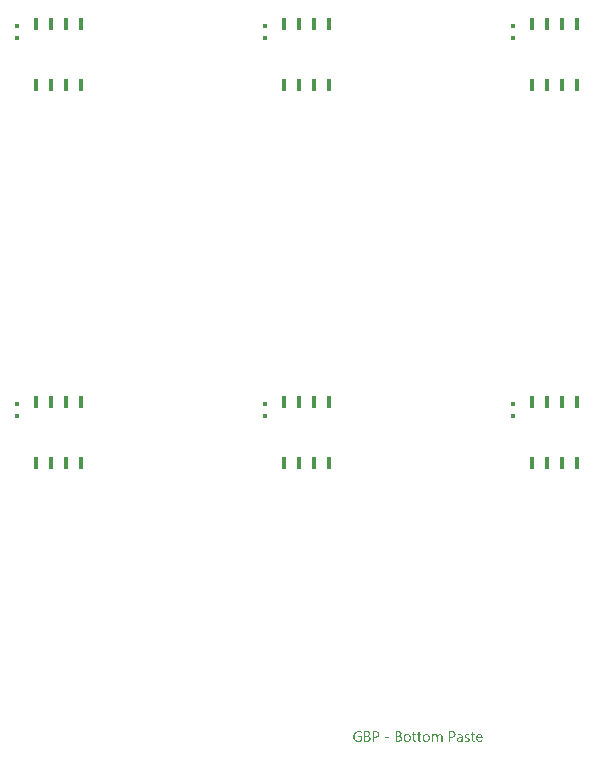
<source format=gbp>
G04*
G04 #@! TF.GenerationSoftware,Altium Limited,Altium Designer,21.9.2 (33)*
G04*
G04 Layer_Color=128*
%FSAX26Y26*%
%MOIN*%
G70*
G04*
G04 #@! TF.SameCoordinates,A79AF696-8D6D-4074-B618-5125023845C1*
G04*
G04*
G04 #@! TF.FilePolarity,Positive*
G04*
G01*
G75*
%ADD46R,0.017659X0.015690*%
%ADD67R,0.015928X0.043487*%
G36*
X00524189Y-00737956D02*
X00524683Y-00737987D01*
X00525270Y-00738018D01*
X00525888Y-00738079D01*
X00526599Y-00738172D01*
X00527341Y-00738265D01*
X00528113Y-00738388D01*
X00528917Y-00738543D01*
X00529720Y-00738728D01*
X00530523Y-00738945D01*
X00531327Y-00739192D01*
X00532130Y-00739470D01*
X00532872Y-00739810D01*
X00532872Y-00744352D01*
X00532810Y-00744321D01*
X00532686Y-00744229D01*
X00532439Y-00744105D01*
X00532130Y-00743919D01*
X00531698Y-00743734D01*
X00531203Y-00743487D01*
X00530647Y-00743271D01*
X00529998Y-00742992D01*
X00529318Y-00742745D01*
X00528546Y-00742498D01*
X00527712Y-00742282D01*
X00526815Y-00742096D01*
X00525857Y-00741911D01*
X00524869Y-00741787D01*
X00523849Y-00741695D01*
X00522768Y-00741664D01*
X00522520Y-00741664D01*
X00522211Y-00741695D01*
X00521779Y-00741726D01*
X00521284Y-00741787D01*
X00520697Y-00741880D01*
X00520048Y-00742004D01*
X00519338Y-00742158D01*
X00518596Y-00742375D01*
X00517823Y-00742653D01*
X00517020Y-00742992D01*
X00516186Y-00743394D01*
X00515382Y-00743858D01*
X00514610Y-00744383D01*
X00513837Y-00745032D01*
X00513096Y-00745743D01*
X00513065Y-00745774D01*
X00512941Y-00745928D01*
X00512756Y-00746144D01*
X00512509Y-00746484D01*
X00512231Y-00746886D01*
X00511891Y-00747349D01*
X00511551Y-00747937D01*
X00511211Y-00748585D01*
X00510871Y-00749296D01*
X00510531Y-00750100D01*
X00510191Y-00750965D01*
X00509913Y-00751892D01*
X00509666Y-00752880D01*
X00509481Y-00753931D01*
X00509357Y-00755074D01*
X00509326Y-00756249D01*
X00509326Y-00756279D01*
X00509326Y-00756310D01*
X00509326Y-00756403D01*
X00509326Y-00756527D01*
X00509326Y-00756712D01*
X00509357Y-00756898D01*
X00509388Y-00757361D01*
X00509419Y-00757917D01*
X00509511Y-00758566D01*
X00509604Y-00759277D01*
X00509759Y-00760049D01*
X00509944Y-00760884D01*
X00510191Y-00761749D01*
X00510469Y-00762614D01*
X00510809Y-00763510D01*
X00511211Y-00764375D01*
X00511674Y-00765210D01*
X00512200Y-00766013D01*
X00512818Y-00766755D01*
X00512849Y-00766785D01*
X00512972Y-00766909D01*
X00513188Y-00767095D01*
X00513467Y-00767342D01*
X00513807Y-00767620D01*
X00514239Y-00767960D01*
X00514734Y-00768300D01*
X00515321Y-00768639D01*
X00515970Y-00769010D01*
X00516680Y-00769350D01*
X00517453Y-00769659D01*
X00518318Y-00769968D01*
X00519214Y-00770215D01*
X00520203Y-00770401D01*
X00521222Y-00770524D01*
X00522335Y-00770555D01*
X00522737Y-00770555D01*
X00523015Y-00770524D01*
X00523385Y-00770494D01*
X00523787Y-00770463D01*
X00524251Y-00770432D01*
X00524776Y-00770339D01*
X00525301Y-00770277D01*
X00525888Y-00770154D01*
X00527063Y-00769875D01*
X00527681Y-00769690D01*
X00528268Y-00769443D01*
X00528855Y-00769196D01*
X00529442Y-00768918D01*
X00529442Y-00759061D01*
X00521748Y-00759061D01*
X00521748Y-00755322D01*
X00533582Y-00755322D01*
X00533582Y-00771266D01*
X00533521Y-00771297D01*
X00533335Y-00771390D01*
X00533057Y-00771544D01*
X00532655Y-00771730D01*
X00532161Y-00771946D01*
X00531574Y-00772193D01*
X00530894Y-00772471D01*
X00530122Y-00772749D01*
X00529287Y-00773027D01*
X00528360Y-00773305D01*
X00527403Y-00773553D01*
X00526383Y-00773769D01*
X00525301Y-00773954D01*
X00524158Y-00774109D01*
X00523015Y-00774202D01*
X00521810Y-00774232D01*
X00521470Y-00774232D01*
X00521315Y-00774202D01*
X00521099Y-00774202D01*
X00520852Y-00774171D01*
X00520574Y-00774171D01*
X00519925Y-00774078D01*
X00519183Y-00773985D01*
X00518380Y-00773831D01*
X00517484Y-00773614D01*
X00516526Y-00773367D01*
X00515537Y-00773058D01*
X00514517Y-00772657D01*
X00513497Y-00772193D01*
X00512478Y-00771637D01*
X00511489Y-00770988D01*
X00510531Y-00770246D01*
X00509635Y-00769412D01*
X00509573Y-00769350D01*
X00509450Y-00769196D01*
X00509202Y-00768918D01*
X00508924Y-00768516D01*
X00508553Y-00768052D01*
X00508183Y-00767465D01*
X00507750Y-00766755D01*
X00507317Y-00765982D01*
X00506885Y-00765117D01*
X00506452Y-00764128D01*
X00506082Y-00763077D01*
X00505711Y-00761934D01*
X00505433Y-00760729D01*
X00505185Y-00759400D01*
X00505062Y-00758010D01*
X00505000Y-00756558D01*
X00505000Y-00756527D01*
X00505000Y-00756465D01*
X00505000Y-00756341D01*
X00505000Y-00756187D01*
X00505031Y-00756001D01*
X00505031Y-00755754D01*
X00505062Y-00755507D01*
X00505093Y-00755198D01*
X00505124Y-00754858D01*
X00505154Y-00754518D01*
X00505278Y-00753715D01*
X00505433Y-00752788D01*
X00505649Y-00751830D01*
X00505927Y-00750779D01*
X00506267Y-00749698D01*
X00506669Y-00748585D01*
X00507163Y-00747473D01*
X00507781Y-00746361D01*
X00508461Y-00745248D01*
X00509264Y-00744198D01*
X00510160Y-00743178D01*
X00510222Y-00743116D01*
X00510408Y-00742962D01*
X00510686Y-00742683D01*
X00511087Y-00742344D01*
X00511613Y-00741973D01*
X00512200Y-00741509D01*
X00512910Y-00741046D01*
X00513745Y-00740551D01*
X00514641Y-00740057D01*
X00515630Y-00739593D01*
X00516680Y-00739130D01*
X00517854Y-00738759D01*
X00519090Y-00738419D01*
X00520388Y-00738141D01*
X00521779Y-00737987D01*
X00523231Y-00737925D01*
X00523787Y-00737925D01*
X00524189Y-00737956D01*
X00524189Y-00737956D02*
G37*
G36*
X00886522Y-00747998D02*
X00886800Y-00747998D01*
X00887140Y-00748029D01*
X00887511Y-00748060D01*
X00887913Y-00748122D01*
X00888840Y-00748245D01*
X00889798Y-00748462D01*
X00890817Y-00748740D01*
X00891806Y-00749111D01*
X00891806Y-00753189D01*
X00891775Y-00753159D01*
X00891683Y-00753097D01*
X00891528Y-00753035D01*
X00891312Y-00752911D01*
X00891065Y-00752757D01*
X00890756Y-00752602D01*
X00890385Y-00752448D01*
X00889983Y-00752263D01*
X00889520Y-00752108D01*
X00889056Y-00751953D01*
X00888531Y-00751799D01*
X00887975Y-00751644D01*
X00887357Y-00751521D01*
X00886739Y-00751459D01*
X00886121Y-00751397D01*
X00885441Y-00751366D01*
X00885039Y-00751366D01*
X00884761Y-00751397D01*
X00884452Y-00751428D01*
X00884112Y-00751490D01*
X00883401Y-00751644D01*
X00883370Y-00751644D01*
X00883247Y-00751675D01*
X00883092Y-00751737D01*
X00882876Y-00751830D01*
X00882382Y-00752046D01*
X00881856Y-00752355D01*
X00881826Y-00752386D01*
X00881764Y-00752448D01*
X00881640Y-00752541D01*
X00881486Y-00752664D01*
X00881146Y-00753004D01*
X00880837Y-00753468D01*
X00880837Y-00753499D01*
X00880775Y-00753591D01*
X00880744Y-00753715D01*
X00880682Y-00753900D01*
X00880620Y-00754086D01*
X00880559Y-00754333D01*
X00880528Y-00754611D01*
X00880497Y-00754889D01*
X00880497Y-00754920D01*
X00880497Y-00755043D01*
X00880528Y-00755229D01*
X00880528Y-00755476D01*
X00880590Y-00755723D01*
X00880651Y-00756001D01*
X00880713Y-00756279D01*
X00880837Y-00756558D01*
X00880868Y-00756588D01*
X00880899Y-00756681D01*
X00880991Y-00756805D01*
X00881115Y-00756959D01*
X00881269Y-00757114D01*
X00881424Y-00757330D01*
X00881887Y-00757732D01*
X00881918Y-00757763D01*
X00882011Y-00757824D01*
X00882165Y-00757917D01*
X00882351Y-00758041D01*
X00882598Y-00758164D01*
X00882876Y-00758319D01*
X00883216Y-00758504D01*
X00883556Y-00758659D01*
X00883587Y-00758690D01*
X00883741Y-00758721D01*
X00883927Y-00758813D01*
X00884205Y-00758906D01*
X00884545Y-00759061D01*
X00884915Y-00759215D01*
X00885317Y-00759370D01*
X00885781Y-00759555D01*
X00885812Y-00759555D01*
X00885842Y-00759586D01*
X00885935Y-00759617D01*
X00886059Y-00759648D01*
X00886368Y-00759771D01*
X00886769Y-00759957D01*
X00887233Y-00760142D01*
X00887758Y-00760358D01*
X00888284Y-00760606D01*
X00888778Y-00760853D01*
X00888809Y-00760853D01*
X00888840Y-00760884D01*
X00888994Y-00760976D01*
X00889241Y-00761100D01*
X00889551Y-00761285D01*
X00889921Y-00761533D01*
X00890292Y-00761780D01*
X00890663Y-00762089D01*
X00891034Y-00762398D01*
X00891065Y-00762429D01*
X00891188Y-00762552D01*
X00891343Y-00762707D01*
X00891559Y-00762954D01*
X00891775Y-00763232D01*
X00892023Y-00763572D01*
X00892239Y-00763943D01*
X00892455Y-00764344D01*
X00892486Y-00764406D01*
X00892548Y-00764530D01*
X00892610Y-00764777D01*
X00892702Y-00765086D01*
X00892795Y-00765457D01*
X00892888Y-00765889D01*
X00892919Y-00766384D01*
X00892949Y-00766940D01*
X00892949Y-00766971D01*
X00892949Y-00767033D01*
X00892949Y-00767125D01*
X00892949Y-00767249D01*
X00892919Y-00767589D01*
X00892857Y-00768052D01*
X00892733Y-00768547D01*
X00892610Y-00769103D01*
X00892393Y-00769659D01*
X00892115Y-00770184D01*
X00892084Y-00770246D01*
X00891961Y-00770401D01*
X00891775Y-00770648D01*
X00891528Y-00770988D01*
X00891219Y-00771328D01*
X00890848Y-00771730D01*
X00890416Y-00772100D01*
X00889921Y-00772471D01*
X00889860Y-00772502D01*
X00889674Y-00772626D01*
X00889396Y-00772780D01*
X00889025Y-00772966D01*
X00888562Y-00773182D01*
X00888005Y-00773398D01*
X00887418Y-00773614D01*
X00886769Y-00773800D01*
X00886739Y-00773800D01*
X00886677Y-00773831D01*
X00886584Y-00773831D01*
X00886461Y-00773862D01*
X00886306Y-00773893D01*
X00886121Y-00773923D01*
X00885657Y-00774016D01*
X00885070Y-00774109D01*
X00884452Y-00774171D01*
X00883772Y-00774202D01*
X00883031Y-00774232D01*
X00882660Y-00774232D01*
X00882382Y-00774202D01*
X00882042Y-00774202D01*
X00881671Y-00774140D01*
X00881207Y-00774109D01*
X00880744Y-00774047D01*
X00880219Y-00773954D01*
X00879693Y-00773862D01*
X00878581Y-00773614D01*
X00877438Y-00773244D01*
X00876881Y-00772996D01*
X00876325Y-00772749D01*
X00876325Y-00768454D01*
X00876356Y-00768485D01*
X00876480Y-00768547D01*
X00876665Y-00768670D01*
X00876912Y-00768825D01*
X00877221Y-00769010D01*
X00877561Y-00769227D01*
X00877994Y-00769443D01*
X00878457Y-00769659D01*
X00878983Y-00769875D01*
X00879539Y-00770092D01*
X00880126Y-00770308D01*
X00880744Y-00770494D01*
X00881424Y-00770648D01*
X00882104Y-00770772D01*
X00882814Y-00770833D01*
X00883556Y-00770864D01*
X00883772Y-00770864D01*
X00884050Y-00770833D01*
X00884390Y-00770803D01*
X00884792Y-00770741D01*
X00885225Y-00770679D01*
X00885719Y-00770555D01*
X00886213Y-00770432D01*
X00886677Y-00770246D01*
X00887171Y-00769999D01*
X00887604Y-00769721D01*
X00888005Y-00769381D01*
X00888345Y-00768979D01*
X00888624Y-00768516D01*
X00888778Y-00767960D01*
X00888840Y-00767651D01*
X00888840Y-00767342D01*
X00888840Y-00767311D01*
X00888840Y-00767156D01*
X00888809Y-00766971D01*
X00888778Y-00766755D01*
X00888716Y-00766476D01*
X00888654Y-00766198D01*
X00888531Y-00765920D01*
X00888376Y-00765642D01*
X00888345Y-00765611D01*
X00888284Y-00765519D01*
X00888191Y-00765395D01*
X00888067Y-00765210D01*
X00887882Y-00765024D01*
X00887697Y-00764808D01*
X00887449Y-00764622D01*
X00887171Y-00764406D01*
X00887140Y-00764375D01*
X00887048Y-00764313D01*
X00886862Y-00764221D01*
X00886646Y-00764066D01*
X00886399Y-00763912D01*
X00886090Y-00763757D01*
X00885719Y-00763603D01*
X00885348Y-00763448D01*
X00885286Y-00763417D01*
X00885163Y-00763386D01*
X00884946Y-00763294D01*
X00884668Y-00763170D01*
X00884359Y-00763016D01*
X00883958Y-00762861D01*
X00883556Y-00762707D01*
X00883123Y-00762521D01*
X00883092Y-00762521D01*
X00883062Y-00762490D01*
X00882969Y-00762460D01*
X00882845Y-00762398D01*
X00882536Y-00762274D01*
X00882135Y-00762120D01*
X00881671Y-00761903D01*
X00881177Y-00761687D01*
X00880682Y-00761440D01*
X00880188Y-00761193D01*
X00880126Y-00761162D01*
X00879971Y-00761069D01*
X00879755Y-00760945D01*
X00879446Y-00760760D01*
X00879106Y-00760513D01*
X00878766Y-00760266D01*
X00878396Y-00759987D01*
X00878056Y-00759678D01*
X00878025Y-00759648D01*
X00877932Y-00759524D01*
X00877778Y-00759370D01*
X00877592Y-00759122D01*
X00877376Y-00758844D01*
X00877160Y-00758504D01*
X00876974Y-00758164D01*
X00876789Y-00757763D01*
X00876758Y-00757701D01*
X00876727Y-00757577D01*
X00876665Y-00757330D01*
X00876603Y-00757052D01*
X00876511Y-00756681D01*
X00876449Y-00756249D01*
X00876418Y-00755754D01*
X00876387Y-00755229D01*
X00876387Y-00755198D01*
X00876387Y-00755136D01*
X00876387Y-00755043D01*
X00876387Y-00754920D01*
X00876418Y-00754611D01*
X00876480Y-00754178D01*
X00876572Y-00753684D01*
X00876727Y-00753159D01*
X00876912Y-00752633D01*
X00877191Y-00752108D01*
X00877191Y-00752077D01*
X00877221Y-00752046D01*
X00877345Y-00751892D01*
X00877530Y-00751644D01*
X00877747Y-00751305D01*
X00878056Y-00750965D01*
X00878427Y-00750594D01*
X00878859Y-00750192D01*
X00879323Y-00749852D01*
X00879354Y-00749852D01*
X00879384Y-00749821D01*
X00879570Y-00749698D01*
X00879848Y-00749543D01*
X00880219Y-00749327D01*
X00880682Y-00749111D01*
X00881207Y-00748864D01*
X00881795Y-00748647D01*
X00882413Y-00748462D01*
X00882443Y-00748462D01*
X00882505Y-00748431D01*
X00882598Y-00748400D01*
X00882722Y-00748369D01*
X00882876Y-00748338D01*
X00883062Y-00748307D01*
X00883494Y-00748215D01*
X00884050Y-00748122D01*
X00884637Y-00748029D01*
X00885286Y-00747998D01*
X00885966Y-00747967D01*
X00886275Y-00747967D01*
X00886522Y-00747998D01*
X00886522Y-00747998D02*
G37*
G36*
X00794935Y-00747998D02*
X00795120Y-00747998D01*
X00795336Y-00748029D01*
X00795862Y-00748122D01*
X00796480Y-00748276D01*
X00797190Y-00748493D01*
X00797932Y-00748833D01*
X00798705Y-00749234D01*
X00799106Y-00749512D01*
X00799477Y-00749790D01*
X00799848Y-00750100D01*
X00800219Y-00750470D01*
X00800589Y-00750872D01*
X00800929Y-00751305D01*
X00801238Y-00751768D01*
X00801547Y-00752293D01*
X00801825Y-00752850D01*
X00802073Y-00753468D01*
X00802289Y-00754116D01*
X00802505Y-00754827D01*
X00802629Y-00755569D01*
X00802752Y-00756403D01*
X00802814Y-00757268D01*
X00802845Y-00758195D01*
X00802845Y-00773645D01*
X00798828Y-00773645D01*
X00798828Y-00759246D01*
X00798828Y-00759184D01*
X00798828Y-00759061D01*
X00798828Y-00758844D01*
X00798797Y-00758566D01*
X00798797Y-00758226D01*
X00798766Y-00757824D01*
X00798735Y-00757392D01*
X00798674Y-00756928D01*
X00798519Y-00755940D01*
X00798272Y-00754951D01*
X00798148Y-00754456D01*
X00797963Y-00754024D01*
X00797747Y-00753591D01*
X00797530Y-00753220D01*
X00797530Y-00753189D01*
X00797468Y-00753128D01*
X00797407Y-00753035D01*
X00797283Y-00752942D01*
X00797159Y-00752788D01*
X00796974Y-00752633D01*
X00796758Y-00752479D01*
X00796511Y-00752293D01*
X00796232Y-00752108D01*
X00795923Y-00751953D01*
X00795553Y-00751799D01*
X00795182Y-00751644D01*
X00794749Y-00751552D01*
X00794255Y-00751459D01*
X00793760Y-00751397D01*
X00793204Y-00751366D01*
X00792957Y-00751366D01*
X00792772Y-00751397D01*
X00792555Y-00751428D01*
X00792308Y-00751490D01*
X00791690Y-00751644D01*
X00791350Y-00751768D01*
X00791010Y-00751953D01*
X00790640Y-00752139D01*
X00790300Y-00752355D01*
X00789929Y-00752633D01*
X00789558Y-00752942D01*
X00789187Y-00753313D01*
X00788847Y-00753715D01*
X00788817Y-00753746D01*
X00788786Y-00753808D01*
X00788693Y-00753962D01*
X00788569Y-00754116D01*
X00788446Y-00754364D01*
X00788291Y-00754642D01*
X00788106Y-00754951D01*
X00787951Y-00755291D01*
X00787797Y-00755692D01*
X00787611Y-00756125D01*
X00787457Y-00756588D01*
X00787333Y-00757083D01*
X00787210Y-00757608D01*
X00787148Y-00758164D01*
X00787086Y-00758721D01*
X00787055Y-00759339D01*
X00787055Y-00773645D01*
X00783038Y-00773645D01*
X00783038Y-00758751D01*
X00783038Y-00758721D01*
X00783038Y-00758659D01*
X00783038Y-00758566D01*
X00783038Y-00758442D01*
X00783007Y-00758257D01*
X00783007Y-00758072D01*
X00782946Y-00757608D01*
X00782853Y-00757052D01*
X00782729Y-00756403D01*
X00782575Y-00755754D01*
X00782327Y-00755043D01*
X00782019Y-00754364D01*
X00781648Y-00753715D01*
X00781184Y-00753066D01*
X00780628Y-00752510D01*
X00779979Y-00752046D01*
X00779608Y-00751861D01*
X00779207Y-00751675D01*
X00778774Y-00751552D01*
X00778341Y-00751459D01*
X00777847Y-00751397D01*
X00777322Y-00751366D01*
X00777074Y-00751366D01*
X00776889Y-00751397D01*
X00776642Y-00751428D01*
X00776395Y-00751490D01*
X00775777Y-00751644D01*
X00775437Y-00751768D01*
X00775097Y-00751923D01*
X00774726Y-00752077D01*
X00774355Y-00752293D01*
X00773985Y-00752572D01*
X00773614Y-00752850D01*
X00773274Y-00753189D01*
X00772934Y-00753591D01*
X00772903Y-00753622D01*
X00772872Y-00753684D01*
X00772779Y-00753808D01*
X00772656Y-00753993D01*
X00772532Y-00754209D01*
X00772409Y-00754456D01*
X00772254Y-00754765D01*
X00772100Y-00755136D01*
X00771914Y-00755538D01*
X00771760Y-00755971D01*
X00771636Y-00756434D01*
X00771513Y-00756928D01*
X00771389Y-00757485D01*
X00771296Y-00758072D01*
X00771265Y-00758690D01*
X00771234Y-00759339D01*
X00771234Y-00773645D01*
X00767217Y-00773645D01*
X00767217Y-00748554D01*
X00771234Y-00748554D01*
X00771234Y-00752541D01*
X00771327Y-00752541D01*
X00771358Y-00752479D01*
X00771451Y-00752355D01*
X00771605Y-00752108D01*
X00771822Y-00751830D01*
X00772100Y-00751490D01*
X00772439Y-00751088D01*
X00772841Y-00750687D01*
X00773305Y-00750254D01*
X00773830Y-00749821D01*
X00774417Y-00749420D01*
X00775066Y-00749018D01*
X00775746Y-00748678D01*
X00776518Y-00748400D01*
X00777353Y-00748153D01*
X00778218Y-00748029D01*
X00779145Y-00747967D01*
X00779392Y-00747967D01*
X00779577Y-00747998D01*
X00779794Y-00747998D01*
X00780072Y-00748029D01*
X00780350Y-00748091D01*
X00780659Y-00748153D01*
X00781370Y-00748307D01*
X00782111Y-00748585D01*
X00782853Y-00748925D01*
X00783224Y-00749173D01*
X00783594Y-00749420D01*
X00783625Y-00749451D01*
X00783687Y-00749481D01*
X00783780Y-00749574D01*
X00783903Y-00749667D01*
X00784243Y-00750007D01*
X00784645Y-00750409D01*
X00785078Y-00750965D01*
X00785510Y-00751614D01*
X00785912Y-00752355D01*
X00786221Y-00753189D01*
X00786252Y-00753128D01*
X00786345Y-00752973D01*
X00786530Y-00752695D01*
X00786746Y-00752386D01*
X00787055Y-00751984D01*
X00787395Y-00751521D01*
X00787828Y-00751057D01*
X00788322Y-00750563D01*
X00788878Y-00750100D01*
X00789496Y-00749605D01*
X00790176Y-00749173D01*
X00790918Y-00748771D01*
X00791752Y-00748462D01*
X00792617Y-00748184D01*
X00793575Y-00748029D01*
X00794564Y-00747967D01*
X00794780Y-00747967D01*
X00794935Y-00747998D01*
X00794935Y-00747998D02*
G37*
G36*
X00624676Y-00761254D02*
X00611296Y-00761254D01*
X00611296Y-00758103D01*
X00624676Y-00758103D01*
X00624676Y-00761254D01*
X00624676Y-00761254D02*
G37*
G36*
X00861802Y-00747998D02*
X00862019Y-00747998D01*
X00862235Y-00748029D01*
X00862513Y-00748060D01*
X00862822Y-00748122D01*
X00863471Y-00748245D01*
X00864243Y-00748462D01*
X00865016Y-00748740D01*
X00865850Y-00749142D01*
X00866684Y-00749636D01*
X00867086Y-00749914D01*
X00867488Y-00750254D01*
X00867859Y-00750625D01*
X00868230Y-00750996D01*
X00868569Y-00751428D01*
X00868878Y-00751923D01*
X00869187Y-00752417D01*
X00869466Y-00752973D01*
X00869682Y-00753591D01*
X00869898Y-00754240D01*
X00870053Y-00754920D01*
X00870176Y-00755692D01*
X00870238Y-00756465D01*
X00870269Y-00757330D01*
X00870269Y-00773645D01*
X00866252Y-00773645D01*
X00866252Y-00769752D01*
X00866159Y-00769752D01*
X00866128Y-00769814D01*
X00866036Y-00769937D01*
X00865881Y-00770154D01*
X00865665Y-00770463D01*
X00865387Y-00770803D01*
X00865047Y-00771173D01*
X00864676Y-00771575D01*
X00864212Y-00771977D01*
X00863687Y-00772409D01*
X00863131Y-00772811D01*
X00862482Y-00773182D01*
X00861802Y-00773522D01*
X00861030Y-00773831D01*
X00860226Y-00774047D01*
X00859361Y-00774171D01*
X00858434Y-00774232D01*
X00858063Y-00774232D01*
X00857816Y-00774202D01*
X00857507Y-00774171D01*
X00857136Y-00774140D01*
X00856735Y-00774078D01*
X00856302Y-00773985D01*
X00855344Y-00773738D01*
X00854881Y-00773583D01*
X00854386Y-00773398D01*
X00853892Y-00773182D01*
X00853428Y-00772904D01*
X00852996Y-00772595D01*
X00852563Y-00772255D01*
X00852532Y-00772224D01*
X00852471Y-00772162D01*
X00852378Y-00772038D01*
X00852223Y-00771884D01*
X00852069Y-00771699D01*
X00851914Y-00771451D01*
X00851698Y-00771173D01*
X00851513Y-00770864D01*
X00851327Y-00770494D01*
X00851142Y-00770092D01*
X00850956Y-00769659D01*
X00850802Y-00769196D01*
X00850647Y-00768701D01*
X00850555Y-00768176D01*
X00850493Y-00767589D01*
X00850462Y-00767002D01*
X00850462Y-00766971D01*
X00850462Y-00766909D01*
X00850462Y-00766816D01*
X00850493Y-00766693D01*
X00850493Y-00766538D01*
X00850524Y-00766353D01*
X00850586Y-00765889D01*
X00850709Y-00765333D01*
X00850895Y-00764715D01*
X00851142Y-00764035D01*
X00851513Y-00763325D01*
X00851945Y-00762614D01*
X00852471Y-00761903D01*
X00852810Y-00761563D01*
X00853150Y-00761223D01*
X00853552Y-00760884D01*
X00853954Y-00760575D01*
X00854417Y-00760266D01*
X00854912Y-00759987D01*
X00855437Y-00759740D01*
X00856024Y-00759493D01*
X00856642Y-00759277D01*
X00857291Y-00759091D01*
X00858002Y-00758937D01*
X00858743Y-00758813D01*
X00866252Y-00757763D01*
X00866252Y-00757732D01*
X00866252Y-00757701D01*
X00866252Y-00757608D01*
X00866252Y-00757485D01*
X00866221Y-00757176D01*
X00866159Y-00756774D01*
X00866097Y-00756279D01*
X00865974Y-00755723D01*
X00865819Y-00755167D01*
X00865603Y-00754549D01*
X00865325Y-00753962D01*
X00864985Y-00753375D01*
X00864583Y-00752850D01*
X00864089Y-00752355D01*
X00863471Y-00751953D01*
X00862791Y-00751644D01*
X00862420Y-00751521D01*
X00861988Y-00751428D01*
X00861555Y-00751397D01*
X00861092Y-00751366D01*
X00860875Y-00751366D01*
X00860659Y-00751397D01*
X00860319Y-00751428D01*
X00859917Y-00751459D01*
X00859454Y-00751521D01*
X00858929Y-00751614D01*
X00858372Y-00751737D01*
X00857754Y-00751923D01*
X00857106Y-00752108D01*
X00856426Y-00752355D01*
X00855715Y-00752664D01*
X00855004Y-00753035D01*
X00854294Y-00753437D01*
X00853583Y-00753900D01*
X00852903Y-00754456D01*
X00852903Y-00750347D01*
X00852934Y-00750316D01*
X00853058Y-00750254D01*
X00853274Y-00750130D01*
X00853552Y-00749976D01*
X00853923Y-00749790D01*
X00854324Y-00749605D01*
X00854819Y-00749389D01*
X00855375Y-00749142D01*
X00855962Y-00748925D01*
X00856611Y-00748709D01*
X00857322Y-00748524D01*
X00858063Y-00748338D01*
X00858867Y-00748184D01*
X00859670Y-00748060D01*
X00860535Y-00747998D01*
X00861432Y-00747967D01*
X00861648Y-00747967D01*
X00861802Y-00747998D01*
X00861802Y-00747998D02*
G37*
G36*
X00834919Y-00738543D02*
X00835321Y-00738543D01*
X00835784Y-00738605D01*
X00836341Y-00738667D01*
X00836928Y-00738728D01*
X00837608Y-00738852D01*
X00838287Y-00739006D01*
X00838998Y-00739192D01*
X00839709Y-00739408D01*
X00840450Y-00739686D01*
X00841161Y-00739995D01*
X00841841Y-00740366D01*
X00842490Y-00740768D01*
X00843108Y-00741262D01*
X00843139Y-00741293D01*
X00843231Y-00741386D01*
X00843386Y-00741540D01*
X00843602Y-00741756D01*
X00843818Y-00742066D01*
X00844097Y-00742405D01*
X00844375Y-00742807D01*
X00844684Y-00743271D01*
X00844962Y-00743796D01*
X00845240Y-00744352D01*
X00845518Y-00745001D01*
X00845734Y-00745681D01*
X00845951Y-00746453D01*
X00846105Y-00747257D01*
X00846198Y-00748091D01*
X00846229Y-00749018D01*
X00846229Y-00749080D01*
X00846229Y-00749234D01*
X00846198Y-00749512D01*
X00846167Y-00749852D01*
X00846136Y-00750285D01*
X00846043Y-00750779D01*
X00845951Y-00751305D01*
X00845796Y-00751923D01*
X00845611Y-00752541D01*
X00845394Y-00753220D01*
X00845116Y-00753900D01*
X00844776Y-00754580D01*
X00844375Y-00755260D01*
X00843911Y-00755940D01*
X00843386Y-00756588D01*
X00842768Y-00757207D01*
X00842737Y-00757237D01*
X00842613Y-00757330D01*
X00842428Y-00757485D01*
X00842150Y-00757701D01*
X00841810Y-00757948D01*
X00841377Y-00758226D01*
X00840883Y-00758504D01*
X00840327Y-00758782D01*
X00839709Y-00759091D01*
X00838998Y-00759370D01*
X00838226Y-00759648D01*
X00837422Y-00759895D01*
X00836526Y-00760080D01*
X00835568Y-00760266D01*
X00834579Y-00760358D01*
X00833498Y-00760389D01*
X00828863Y-00760389D01*
X00828863Y-00773645D01*
X00824753Y-00773645D01*
X00824753Y-00738512D01*
X00834641Y-00738512D01*
X00834919Y-00738543D01*
X00834919Y-00738543D02*
G37*
G36*
X00656935Y-00738543D02*
X00657306Y-00738574D01*
X00657739Y-00738636D01*
X00658233Y-00738697D01*
X00658789Y-00738790D01*
X00659346Y-00738914D01*
X00659933Y-00739068D01*
X00660551Y-00739254D01*
X00661138Y-00739470D01*
X00661756Y-00739717D01*
X00662312Y-00740026D01*
X00662868Y-00740366D01*
X00663393Y-00740768D01*
X00663424Y-00740799D01*
X00663517Y-00740860D01*
X00663641Y-00740984D01*
X00663795Y-00741169D01*
X00664011Y-00741386D01*
X00664228Y-00741664D01*
X00664475Y-00741973D01*
X00664722Y-00742313D01*
X00664969Y-00742714D01*
X00665216Y-00743147D01*
X00665433Y-00743641D01*
X00665649Y-00744136D01*
X00665804Y-00744692D01*
X00665927Y-00745279D01*
X00666020Y-00745897D01*
X00666051Y-00746546D01*
X00666051Y-00746577D01*
X00666051Y-00746670D01*
X00666051Y-00746824D01*
X00666020Y-00747040D01*
X00665989Y-00747318D01*
X00665958Y-00747597D01*
X00665927Y-00747937D01*
X00665865Y-00748307D01*
X00665649Y-00749142D01*
X00665371Y-00750007D01*
X00665186Y-00750470D01*
X00664969Y-00750903D01*
X00664722Y-00751336D01*
X00664444Y-00751768D01*
X00664413Y-00751799D01*
X00664382Y-00751861D01*
X00664289Y-00751984D01*
X00664135Y-00752139D01*
X00663981Y-00752293D01*
X00663795Y-00752510D01*
X00663548Y-00752726D01*
X00663301Y-00752973D01*
X00662992Y-00753220D01*
X00662652Y-00753499D01*
X00662281Y-00753746D01*
X00661879Y-00754024D01*
X00661447Y-00754271D01*
X00661014Y-00754487D01*
X00659994Y-00754889D01*
X00659994Y-00754982D01*
X00660025Y-00754982D01*
X00660149Y-00755013D01*
X00660334Y-00755043D01*
X00660582Y-00755074D01*
X00660890Y-00755136D01*
X00661230Y-00755229D01*
X00661632Y-00755352D01*
X00662034Y-00755476D01*
X00662930Y-00755816D01*
X00663424Y-00756032D01*
X00663888Y-00756310D01*
X00664351Y-00756588D01*
X00664815Y-00756898D01*
X00665278Y-00757268D01*
X00665680Y-00757670D01*
X00665711Y-00757701D01*
X00665773Y-00757763D01*
X00665865Y-00757886D01*
X00666020Y-00758072D01*
X00666174Y-00758319D01*
X00666360Y-00758566D01*
X00666545Y-00758906D01*
X00666761Y-00759246D01*
X00666947Y-00759648D01*
X00667132Y-00760111D01*
X00667318Y-00760575D01*
X00667472Y-00761100D01*
X00667627Y-00761687D01*
X00667719Y-00762274D01*
X00667781Y-00762892D01*
X00667812Y-00763572D01*
X00667812Y-00763634D01*
X00667812Y-00763757D01*
X00667781Y-00764005D01*
X00667750Y-00764313D01*
X00667719Y-00764715D01*
X00667627Y-00765148D01*
X00667534Y-00765642D01*
X00667410Y-00766168D01*
X00667225Y-00766755D01*
X00667009Y-00767342D01*
X00666761Y-00767929D01*
X00666452Y-00768547D01*
X00666082Y-00769165D01*
X00665649Y-00769752D01*
X00665155Y-00770308D01*
X00664568Y-00770864D01*
X00664537Y-00770895D01*
X00664413Y-00770988D01*
X00664228Y-00771111D01*
X00663981Y-00771297D01*
X00663672Y-00771513D01*
X00663270Y-00771730D01*
X00662837Y-00772008D01*
X00662343Y-00772255D01*
X00661756Y-00772502D01*
X00661138Y-00772749D01*
X00660489Y-00772996D01*
X00659747Y-00773213D01*
X00658975Y-00773398D01*
X00658171Y-00773522D01*
X00657306Y-00773614D01*
X00656410Y-00773645D01*
X00646182Y-00773645D01*
X00646182Y-00738512D01*
X00656595Y-00738512D01*
X00656935Y-00738543D01*
X00656935Y-00738543D02*
G37*
G36*
X00580674Y-00738543D02*
X00581076Y-00738543D01*
X00581539Y-00738605D01*
X00582096Y-00738667D01*
X00582683Y-00738728D01*
X00583362Y-00738852D01*
X00584042Y-00739006D01*
X00584753Y-00739192D01*
X00585464Y-00739408D01*
X00586205Y-00739686D01*
X00586916Y-00739995D01*
X00587596Y-00740366D01*
X00588245Y-00740768D01*
X00588863Y-00741262D01*
X00588894Y-00741293D01*
X00588986Y-00741386D01*
X00589141Y-00741540D01*
X00589357Y-00741756D01*
X00589573Y-00742066D01*
X00589851Y-00742405D01*
X00590130Y-00742807D01*
X00590438Y-00743271D01*
X00590717Y-00743796D01*
X00590995Y-00744352D01*
X00591273Y-00745001D01*
X00591489Y-00745681D01*
X00591705Y-00746453D01*
X00591860Y-00747257D01*
X00591953Y-00748091D01*
X00591984Y-00749018D01*
X00591984Y-00749080D01*
X00591984Y-00749234D01*
X00591953Y-00749512D01*
X00591922Y-00749852D01*
X00591891Y-00750285D01*
X00591798Y-00750779D01*
X00591705Y-00751305D01*
X00591551Y-00751923D01*
X00591365Y-00752541D01*
X00591149Y-00753220D01*
X00590871Y-00753900D01*
X00590531Y-00754580D01*
X00590130Y-00755260D01*
X00589666Y-00755940D01*
X00589141Y-00756588D01*
X00588523Y-00757207D01*
X00588492Y-00757237D01*
X00588368Y-00757330D01*
X00588183Y-00757485D01*
X00587905Y-00757701D01*
X00587565Y-00757948D01*
X00587132Y-00758226D01*
X00586638Y-00758504D01*
X00586082Y-00758782D01*
X00585464Y-00759091D01*
X00584753Y-00759370D01*
X00583980Y-00759648D01*
X00583177Y-00759895D01*
X00582281Y-00760080D01*
X00581323Y-00760266D01*
X00580334Y-00760358D01*
X00579253Y-00760389D01*
X00574618Y-00760389D01*
X00574618Y-00773645D01*
X00570508Y-00773645D01*
X00570508Y-00738512D01*
X00580396Y-00738512D01*
X00580674Y-00738543D01*
X00580674Y-00738543D02*
G37*
G36*
X00552493Y-00738543D02*
X00552864Y-00738574D01*
X00553297Y-00738636D01*
X00553791Y-00738697D01*
X00554347Y-00738790D01*
X00554904Y-00738914D01*
X00555491Y-00739068D01*
X00556109Y-00739254D01*
X00556696Y-00739470D01*
X00557314Y-00739717D01*
X00557870Y-00740026D01*
X00558426Y-00740366D01*
X00558951Y-00740768D01*
X00558982Y-00740799D01*
X00559075Y-00740860D01*
X00559199Y-00740984D01*
X00559353Y-00741169D01*
X00559569Y-00741386D01*
X00559786Y-00741664D01*
X00560033Y-00741973D01*
X00560280Y-00742313D01*
X00560527Y-00742714D01*
X00560774Y-00743147D01*
X00560991Y-00743641D01*
X00561207Y-00744136D01*
X00561362Y-00744692D01*
X00561485Y-00745279D01*
X00561578Y-00745897D01*
X00561609Y-00746546D01*
X00561609Y-00746577D01*
X00561609Y-00746670D01*
X00561609Y-00746824D01*
X00561578Y-00747040D01*
X00561547Y-00747318D01*
X00561516Y-00747597D01*
X00561485Y-00747937D01*
X00561423Y-00748307D01*
X00561207Y-00749142D01*
X00560929Y-00750007D01*
X00560744Y-00750470D01*
X00560527Y-00750903D01*
X00560280Y-00751336D01*
X00560002Y-00751768D01*
X00559971Y-00751799D01*
X00559940Y-00751861D01*
X00559847Y-00751984D01*
X00559693Y-00752139D01*
X00559538Y-00752293D01*
X00559353Y-00752510D01*
X00559106Y-00752726D01*
X00558859Y-00752973D01*
X00558550Y-00753220D01*
X00558210Y-00753499D01*
X00557839Y-00753746D01*
X00557437Y-00754024D01*
X00557005Y-00754271D01*
X00556572Y-00754487D01*
X00555552Y-00754889D01*
X00555552Y-00754982D01*
X00555583Y-00754982D01*
X00555707Y-00755013D01*
X00555892Y-00755043D01*
X00556139Y-00755074D01*
X00556448Y-00755136D01*
X00556788Y-00755229D01*
X00557190Y-00755352D01*
X00557592Y-00755476D01*
X00558488Y-00755816D01*
X00558982Y-00756032D01*
X00559446Y-00756310D01*
X00559909Y-00756588D01*
X00560373Y-00756898D01*
X00560836Y-00757268D01*
X00561238Y-00757670D01*
X00561269Y-00757701D01*
X00561331Y-00757763D01*
X00561423Y-00757886D01*
X00561578Y-00758072D01*
X00561732Y-00758319D01*
X00561918Y-00758566D01*
X00562103Y-00758906D01*
X00562319Y-00759246D01*
X00562505Y-00759648D01*
X00562690Y-00760111D01*
X00562876Y-00760575D01*
X00563030Y-00761100D01*
X00563185Y-00761687D01*
X00563277Y-00762274D01*
X00563339Y-00762892D01*
X00563370Y-00763572D01*
X00563370Y-00763634D01*
X00563370Y-00763757D01*
X00563339Y-00764005D01*
X00563308Y-00764313D01*
X00563277Y-00764715D01*
X00563185Y-00765148D01*
X00563092Y-00765642D01*
X00562968Y-00766168D01*
X00562783Y-00766755D01*
X00562567Y-00767342D01*
X00562319Y-00767929D01*
X00562010Y-00768547D01*
X00561640Y-00769165D01*
X00561207Y-00769752D01*
X00560713Y-00770308D01*
X00560126Y-00770864D01*
X00560095Y-00770895D01*
X00559971Y-00770988D01*
X00559786Y-00771111D01*
X00559538Y-00771297D01*
X00559230Y-00771513D01*
X00558828Y-00771730D01*
X00558395Y-00772008D01*
X00557901Y-00772255D01*
X00557314Y-00772502D01*
X00556696Y-00772749D01*
X00556047Y-00772996D01*
X00555305Y-00773213D01*
X00554533Y-00773398D01*
X00553729Y-00773522D01*
X00552864Y-00773614D01*
X00551968Y-00773645D01*
X00541740Y-00773645D01*
X00541740Y-00738512D01*
X00552153Y-00738512D01*
X00552493Y-00738543D01*
X00552493Y-00738543D02*
G37*
G36*
X00904444Y-00748554D02*
X00910779Y-00748554D01*
X00910779Y-00752015D01*
X00904444Y-00752015D01*
X00904444Y-00766137D01*
X00904444Y-00766168D01*
X00904444Y-00766260D01*
X00904444Y-00766384D01*
X00904444Y-00766538D01*
X00904475Y-00766755D01*
X00904506Y-00767002D01*
X00904568Y-00767527D01*
X00904661Y-00768145D01*
X00904815Y-00768732D01*
X00905031Y-00769288D01*
X00905155Y-00769536D01*
X00905309Y-00769752D01*
X00905340Y-00769783D01*
X00905464Y-00769906D01*
X00905680Y-00770092D01*
X00905989Y-00770277D01*
X00906391Y-00770494D01*
X00906885Y-00770648D01*
X00907472Y-00770772D01*
X00908152Y-00770833D01*
X00908399Y-00770833D01*
X00908678Y-00770803D01*
X00909048Y-00770741D01*
X00909450Y-00770617D01*
X00909914Y-00770494D01*
X00910346Y-00770277D01*
X00910779Y-00769999D01*
X00910779Y-00773429D01*
X00910748Y-00773429D01*
X00910717Y-00773460D01*
X00910624Y-00773491D01*
X00910532Y-00773553D01*
X00910192Y-00773676D01*
X00909790Y-00773800D01*
X00909234Y-00773923D01*
X00908585Y-00774047D01*
X00907843Y-00774140D01*
X00907009Y-00774171D01*
X00906731Y-00774171D01*
X00906391Y-00774109D01*
X00905989Y-00774047D01*
X00905495Y-00773954D01*
X00904939Y-00773769D01*
X00904321Y-00773553D01*
X00903734Y-00773244D01*
X00903116Y-00772873D01*
X00902498Y-00772378D01*
X00901941Y-00771791D01*
X00901694Y-00771451D01*
X00901447Y-00771081D01*
X00901231Y-00770679D01*
X00901045Y-00770246D01*
X00900860Y-00769783D01*
X00900705Y-00769258D01*
X00900582Y-00768732D01*
X00900489Y-00768145D01*
X00900458Y-00767527D01*
X00900427Y-00766847D01*
X00900427Y-00752015D01*
X00896132Y-00752015D01*
X00896132Y-00748554D01*
X00900427Y-00748554D01*
X00900427Y-00742436D01*
X00904444Y-00741139D01*
X00904444Y-00748554D01*
X00904444Y-00748554D02*
G37*
G36*
X00726120Y-00748554D02*
X00732455Y-00748554D01*
X00732455Y-00752015D01*
X00726120Y-00752015D01*
X00726120Y-00766137D01*
X00726120Y-00766168D01*
X00726120Y-00766260D01*
X00726120Y-00766384D01*
X00726120Y-00766538D01*
X00726151Y-00766755D01*
X00726182Y-00767002D01*
X00726244Y-00767527D01*
X00726337Y-00768145D01*
X00726491Y-00768732D01*
X00726707Y-00769288D01*
X00726831Y-00769536D01*
X00726986Y-00769752D01*
X00727016Y-00769783D01*
X00727140Y-00769906D01*
X00727356Y-00770092D01*
X00727665Y-00770277D01*
X00728067Y-00770494D01*
X00728562Y-00770648D01*
X00729149Y-00770772D01*
X00729828Y-00770833D01*
X00730076Y-00770833D01*
X00730354Y-00770803D01*
X00730725Y-00770741D01*
X00731126Y-00770617D01*
X00731590Y-00770494D01*
X00732022Y-00770277D01*
X00732455Y-00769999D01*
X00732455Y-00773429D01*
X00732424Y-00773429D01*
X00732393Y-00773460D01*
X00732300Y-00773491D01*
X00732208Y-00773553D01*
X00731868Y-00773676D01*
X00731466Y-00773800D01*
X00730910Y-00773923D01*
X00730261Y-00774047D01*
X00729519Y-00774140D01*
X00728685Y-00774171D01*
X00728407Y-00774171D01*
X00728067Y-00774109D01*
X00727665Y-00774047D01*
X00727171Y-00773954D01*
X00726615Y-00773769D01*
X00725997Y-00773553D01*
X00725410Y-00773244D01*
X00724792Y-00772873D01*
X00724174Y-00772378D01*
X00723617Y-00771791D01*
X00723370Y-00771451D01*
X00723123Y-00771081D01*
X00722907Y-00770679D01*
X00722721Y-00770246D01*
X00722536Y-00769783D01*
X00722381Y-00769258D01*
X00722258Y-00768732D01*
X00722165Y-00768145D01*
X00722134Y-00767527D01*
X00722103Y-00766847D01*
X00722103Y-00752015D01*
X00717808Y-00752015D01*
X00717808Y-00748554D01*
X00722103Y-00748554D01*
X00722103Y-00742436D01*
X00726120Y-00741139D01*
X00726120Y-00748554D01*
X00726120Y-00748554D02*
G37*
G36*
X00709125Y-00748554D02*
X00715460Y-00748554D01*
X00715460Y-00752015D01*
X00709125Y-00752015D01*
X00709125Y-00766137D01*
X00709125Y-00766168D01*
X00709125Y-00766260D01*
X00709125Y-00766384D01*
X00709125Y-00766538D01*
X00709156Y-00766755D01*
X00709187Y-00767002D01*
X00709249Y-00767527D01*
X00709342Y-00768145D01*
X00709496Y-00768732D01*
X00709712Y-00769288D01*
X00709836Y-00769536D01*
X00709991Y-00769752D01*
X00710021Y-00769783D01*
X00710145Y-00769906D01*
X00710361Y-00770092D01*
X00710670Y-00770277D01*
X00711072Y-00770494D01*
X00711567Y-00770648D01*
X00712154Y-00770772D01*
X00712833Y-00770833D01*
X00713081Y-00770833D01*
X00713359Y-00770803D01*
X00713730Y-00770741D01*
X00714131Y-00770617D01*
X00714595Y-00770494D01*
X00715027Y-00770277D01*
X00715460Y-00769999D01*
X00715460Y-00773429D01*
X00715429Y-00773429D01*
X00715398Y-00773460D01*
X00715305Y-00773491D01*
X00715213Y-00773553D01*
X00714873Y-00773676D01*
X00714471Y-00773800D01*
X00713915Y-00773923D01*
X00713266Y-00774047D01*
X00712524Y-00774140D01*
X00711690Y-00774171D01*
X00711412Y-00774171D01*
X00711072Y-00774109D01*
X00710670Y-00774047D01*
X00710176Y-00773954D01*
X00709620Y-00773769D01*
X00709002Y-00773553D01*
X00708415Y-00773244D01*
X00707797Y-00772873D01*
X00707179Y-00772378D01*
X00706622Y-00771791D01*
X00706375Y-00771451D01*
X00706128Y-00771081D01*
X00705912Y-00770679D01*
X00705726Y-00770246D01*
X00705541Y-00769783D01*
X00705386Y-00769258D01*
X00705263Y-00768732D01*
X00705170Y-00768145D01*
X00705139Y-00767527D01*
X00705108Y-00766847D01*
X00705108Y-00752015D01*
X00700813Y-00752015D01*
X00700813Y-00748554D01*
X00705108Y-00748554D01*
X00705108Y-00742436D01*
X00709125Y-00741139D01*
X00709125Y-00748554D01*
X00709125Y-00748554D02*
G37*
G36*
X00926445Y-00747998D02*
X00926785Y-00748029D01*
X00927218Y-00748060D01*
X00927681Y-00748122D01*
X00928206Y-00748245D01*
X00928763Y-00748369D01*
X00929381Y-00748524D01*
X00929999Y-00748740D01*
X00930617Y-00749018D01*
X00931265Y-00749327D01*
X00931884Y-00749698D01*
X00932471Y-00750130D01*
X00933058Y-00750625D01*
X00933583Y-00751181D01*
X00933614Y-00751212D01*
X00933707Y-00751336D01*
X00933830Y-00751521D01*
X00934016Y-00751768D01*
X00934201Y-00752077D01*
X00934448Y-00752479D01*
X00934695Y-00752942D01*
X00934943Y-00753468D01*
X00935190Y-00754086D01*
X00935437Y-00754735D01*
X00935684Y-00755476D01*
X00935870Y-00756249D01*
X00936055Y-00757114D01*
X00936179Y-00758010D01*
X00936271Y-00758999D01*
X00936302Y-00760018D01*
X00936302Y-00762120D01*
X00918566Y-00762120D01*
X00918566Y-00762181D01*
X00918566Y-00762305D01*
X00918596Y-00762521D01*
X00918627Y-00762799D01*
X00918658Y-00763170D01*
X00918720Y-00763572D01*
X00918782Y-00764005D01*
X00918905Y-00764499D01*
X00919184Y-00765549D01*
X00919369Y-00766075D01*
X00919585Y-00766631D01*
X00919832Y-00767156D01*
X00920111Y-00767682D01*
X00920451Y-00768145D01*
X00920821Y-00768609D01*
X00920852Y-00768639D01*
X00920914Y-00768701D01*
X00921038Y-00768825D01*
X00921223Y-00768948D01*
X00921439Y-00769134D01*
X00921717Y-00769319D01*
X00922026Y-00769536D01*
X00922366Y-00769721D01*
X00922768Y-00769937D01*
X00923231Y-00770154D01*
X00923695Y-00770339D01*
X00924251Y-00770524D01*
X00924807Y-00770648D01*
X00925425Y-00770772D01*
X00926074Y-00770833D01*
X00926754Y-00770864D01*
X00926939Y-00770864D01*
X00927156Y-00770833D01*
X00927465Y-00770833D01*
X00927836Y-00770772D01*
X00928268Y-00770710D01*
X00928763Y-00770617D01*
X00929319Y-00770524D01*
X00929906Y-00770370D01*
X00930524Y-00770184D01*
X00931173Y-00769968D01*
X00931822Y-00769690D01*
X00932501Y-00769381D01*
X00933181Y-00769010D01*
X00933861Y-00768578D01*
X00934541Y-00768083D01*
X00934541Y-00771853D01*
X00934510Y-00771884D01*
X00934386Y-00771946D01*
X00934201Y-00772069D01*
X00933954Y-00772224D01*
X00933614Y-00772409D01*
X00933212Y-00772595D01*
X00932749Y-00772811D01*
X00932223Y-00773027D01*
X00931605Y-00773274D01*
X00930957Y-00773491D01*
X00930246Y-00773676D01*
X00929473Y-00773862D01*
X00928639Y-00774016D01*
X00927743Y-00774140D01*
X00926785Y-00774202D01*
X00925796Y-00774232D01*
X00925549Y-00774232D01*
X00925302Y-00774202D01*
X00924931Y-00774171D01*
X00924467Y-00774140D01*
X00923942Y-00774047D01*
X00923386Y-00773954D01*
X00922768Y-00773800D01*
X00922119Y-00773614D01*
X00921439Y-00773398D01*
X00920729Y-00773120D01*
X00920049Y-00772811D01*
X00919338Y-00772409D01*
X00918689Y-00771946D01*
X00918040Y-00771420D01*
X00917453Y-00770833D01*
X00917422Y-00770803D01*
X00917330Y-00770679D01*
X00917175Y-00770463D01*
X00916990Y-00770184D01*
X00916742Y-00769845D01*
X00916495Y-00769412D01*
X00916217Y-00768918D01*
X00915939Y-00768331D01*
X00915661Y-00767712D01*
X00915383Y-00766971D01*
X00915136Y-00766198D01*
X00914889Y-00765333D01*
X00914703Y-00764406D01*
X00914549Y-00763417D01*
X00914456Y-00762336D01*
X00914425Y-00761223D01*
X00914425Y-00761193D01*
X00914425Y-00761162D01*
X00914425Y-00761069D01*
X00914425Y-00760976D01*
X00914456Y-00760667D01*
X00914487Y-00760235D01*
X00914518Y-00759740D01*
X00914610Y-00759184D01*
X00914703Y-00758535D01*
X00914827Y-00757824D01*
X00915012Y-00757083D01*
X00915228Y-00756310D01*
X00915506Y-00755507D01*
X00915816Y-00754704D01*
X00916186Y-00753931D01*
X00916650Y-00753128D01*
X00917144Y-00752386D01*
X00917731Y-00751675D01*
X00917762Y-00751644D01*
X00917886Y-00751521D01*
X00918071Y-00751336D01*
X00918318Y-00751088D01*
X00918658Y-00750810D01*
X00919060Y-00750501D01*
X00919493Y-00750161D01*
X00920018Y-00749821D01*
X00920574Y-00749481D01*
X00921223Y-00749142D01*
X00921903Y-00748833D01*
X00922614Y-00748554D01*
X00923386Y-00748307D01*
X00924220Y-00748122D01*
X00925086Y-00747998D01*
X00925982Y-00747967D01*
X00926198Y-00747967D01*
X00926445Y-00747998D01*
X00926445Y-00747998D02*
G37*
G36*
X00749419Y-00747998D02*
X00749821Y-00748029D01*
X00750284Y-00748060D01*
X00750840Y-00748153D01*
X00751428Y-00748245D01*
X00752076Y-00748400D01*
X00752787Y-00748585D01*
X00753498Y-00748802D01*
X00754208Y-00749080D01*
X00754950Y-00749420D01*
X00755661Y-00749821D01*
X00756371Y-00750285D01*
X00757020Y-00750810D01*
X00757638Y-00751428D01*
X00757669Y-00751459D01*
X00757762Y-00751583D01*
X00757917Y-00751799D01*
X00758133Y-00752077D01*
X00758380Y-00752417D01*
X00758627Y-00752850D01*
X00758936Y-00753344D01*
X00759214Y-00753931D01*
X00759523Y-00754580D01*
X00759801Y-00755291D01*
X00760049Y-00756063D01*
X00760296Y-00756928D01*
X00760512Y-00757855D01*
X00760667Y-00758844D01*
X00760759Y-00759895D01*
X00760790Y-00761007D01*
X00760790Y-00761038D01*
X00760790Y-00761069D01*
X00760790Y-00761162D01*
X00760790Y-00761285D01*
X00760759Y-00761594D01*
X00760728Y-00761996D01*
X00760697Y-00762521D01*
X00760605Y-00763108D01*
X00760512Y-00763757D01*
X00760358Y-00764468D01*
X00760172Y-00765210D01*
X00759956Y-00766013D01*
X00759678Y-00766816D01*
X00759369Y-00767620D01*
X00758967Y-00768423D01*
X00758504Y-00769196D01*
X00757978Y-00769937D01*
X00757391Y-00770648D01*
X00757360Y-00770679D01*
X00757237Y-00770803D01*
X00757051Y-00770988D01*
X00756773Y-00771204D01*
X00756433Y-00771482D01*
X00756032Y-00771791D01*
X00755537Y-00772100D01*
X00754981Y-00772440D01*
X00754363Y-00772780D01*
X00753683Y-00773089D01*
X00752942Y-00773398D01*
X00752138Y-00773676D01*
X00751242Y-00773893D01*
X00750315Y-00774078D01*
X00749357Y-00774202D01*
X00748307Y-00774232D01*
X00748059Y-00774232D01*
X00747781Y-00774202D01*
X00747380Y-00774171D01*
X00746916Y-00774140D01*
X00746360Y-00774047D01*
X00745773Y-00773954D01*
X00745124Y-00773800D01*
X00744413Y-00773614D01*
X00743702Y-00773367D01*
X00742961Y-00773089D01*
X00742219Y-00772749D01*
X00741478Y-00772347D01*
X00740736Y-00771884D01*
X00740056Y-00771359D01*
X00739407Y-00770741D01*
X00739376Y-00770710D01*
X00739253Y-00770586D01*
X00739098Y-00770370D01*
X00738882Y-00770092D01*
X00738635Y-00769752D01*
X00738357Y-00769319D01*
X00738079Y-00768825D01*
X00737770Y-00768238D01*
X00737461Y-00767620D01*
X00737152Y-00766909D01*
X00736874Y-00766137D01*
X00736626Y-00765302D01*
X00736410Y-00764437D01*
X00736256Y-00763479D01*
X00736132Y-00762460D01*
X00736101Y-00761409D01*
X00736101Y-00761378D01*
X00736101Y-00761347D01*
X00736101Y-00761254D01*
X00736101Y-00761131D01*
X00736132Y-00760791D01*
X00736163Y-00760358D01*
X00736194Y-00759833D01*
X00736287Y-00759215D01*
X00736379Y-00758535D01*
X00736534Y-00757794D01*
X00736719Y-00757021D01*
X00736935Y-00756218D01*
X00737213Y-00755383D01*
X00737553Y-00754549D01*
X00737955Y-00753746D01*
X00738388Y-00752973D01*
X00738913Y-00752232D01*
X00739531Y-00751521D01*
X00739562Y-00751490D01*
X00739686Y-00751366D01*
X00739902Y-00751181D01*
X00740180Y-00750965D01*
X00740520Y-00750687D01*
X00740952Y-00750409D01*
X00741447Y-00750069D01*
X00742003Y-00749729D01*
X00742621Y-00749420D01*
X00743332Y-00749080D01*
X00744104Y-00748802D01*
X00744938Y-00748524D01*
X00745835Y-00748307D01*
X00746793Y-00748122D01*
X00747812Y-00747998D01*
X00748894Y-00747967D01*
X00749141Y-00747967D01*
X00749419Y-00747998D01*
X00749419Y-00747998D02*
G37*
G36*
X00686012Y-00747998D02*
X00686414Y-00748029D01*
X00686877Y-00748060D01*
X00687434Y-00748153D01*
X00688021Y-00748245D01*
X00688670Y-00748400D01*
X00689380Y-00748585D01*
X00690091Y-00748802D01*
X00690802Y-00749080D01*
X00691543Y-00749420D01*
X00692254Y-00749821D01*
X00692965Y-00750285D01*
X00693614Y-00750810D01*
X00694232Y-00751428D01*
X00694263Y-00751459D01*
X00694355Y-00751583D01*
X00694510Y-00751799D01*
X00694726Y-00752077D01*
X00694973Y-00752417D01*
X00695220Y-00752850D01*
X00695529Y-00753344D01*
X00695808Y-00753931D01*
X00696116Y-00754580D01*
X00696395Y-00755291D01*
X00696642Y-00756063D01*
X00696889Y-00756928D01*
X00697105Y-00757855D01*
X00697260Y-00758844D01*
X00697352Y-00759895D01*
X00697383Y-00761007D01*
X00697383Y-00761038D01*
X00697383Y-00761069D01*
X00697383Y-00761162D01*
X00697383Y-00761285D01*
X00697352Y-00761594D01*
X00697322Y-00761996D01*
X00697291Y-00762521D01*
X00697198Y-00763108D01*
X00697105Y-00763757D01*
X00696951Y-00764468D01*
X00696765Y-00765210D01*
X00696549Y-00766013D01*
X00696271Y-00766816D01*
X00695962Y-00767620D01*
X00695560Y-00768423D01*
X00695097Y-00769196D01*
X00694572Y-00769937D01*
X00693984Y-00770648D01*
X00693953Y-00770679D01*
X00693830Y-00770803D01*
X00693644Y-00770988D01*
X00693366Y-00771204D01*
X00693027Y-00771482D01*
X00692625Y-00771791D01*
X00692130Y-00772100D01*
X00691574Y-00772440D01*
X00690956Y-00772780D01*
X00690276Y-00773089D01*
X00689535Y-00773398D01*
X00688731Y-00773676D01*
X00687835Y-00773893D01*
X00686908Y-00774078D01*
X00685950Y-00774202D01*
X00684900Y-00774232D01*
X00684653Y-00774232D01*
X00684375Y-00774202D01*
X00683973Y-00774171D01*
X00683509Y-00774140D01*
X00682953Y-00774047D01*
X00682366Y-00773954D01*
X00681717Y-00773800D01*
X00681006Y-00773614D01*
X00680296Y-00773367D01*
X00679554Y-00773089D01*
X00678812Y-00772749D01*
X00678071Y-00772347D01*
X00677329Y-00771884D01*
X00676649Y-00771359D01*
X00676001Y-00770741D01*
X00675970Y-00770710D01*
X00675846Y-00770586D01*
X00675692Y-00770370D01*
X00675475Y-00770092D01*
X00675228Y-00769752D01*
X00674950Y-00769319D01*
X00674672Y-00768825D01*
X00674363Y-00768238D01*
X00674054Y-00767620D01*
X00673745Y-00766909D01*
X00673467Y-00766137D01*
X00673220Y-00765302D01*
X00673003Y-00764437D01*
X00672849Y-00763479D01*
X00672725Y-00762460D01*
X00672694Y-00761409D01*
X00672694Y-00761378D01*
X00672694Y-00761347D01*
X00672694Y-00761254D01*
X00672694Y-00761131D01*
X00672725Y-00760791D01*
X00672756Y-00760358D01*
X00672787Y-00759833D01*
X00672880Y-00759215D01*
X00672972Y-00758535D01*
X00673127Y-00757794D01*
X00673312Y-00757021D01*
X00673529Y-00756218D01*
X00673807Y-00755383D01*
X00674147Y-00754549D01*
X00674548Y-00753746D01*
X00674981Y-00752973D01*
X00675506Y-00752232D01*
X00676124Y-00751521D01*
X00676155Y-00751490D01*
X00676279Y-00751366D01*
X00676495Y-00751181D01*
X00676773Y-00750965D01*
X00677113Y-00750687D01*
X00677546Y-00750409D01*
X00678040Y-00750069D01*
X00678596Y-00749729D01*
X00679214Y-00749420D01*
X00679925Y-00749080D01*
X00680697Y-00748802D01*
X00681532Y-00748524D01*
X00682428Y-00748307D01*
X00683386Y-00748122D01*
X00684405Y-00747998D01*
X00685487Y-00747967D01*
X00685734Y-00747967D01*
X00686012Y-00747998D01*
X00686012Y-00747998D02*
G37*
%LPC*%
G36*
X00866252Y-00760976D02*
X00860196Y-00761811D01*
X00860165Y-00761811D01*
X00860072Y-00761841D01*
X00859917Y-00761841D01*
X00859732Y-00761872D01*
X00859516Y-00761934D01*
X00859238Y-00761996D01*
X00858620Y-00762120D01*
X00857940Y-00762305D01*
X00857260Y-00762552D01*
X00856580Y-00762861D01*
X00856271Y-00763016D01*
X00855993Y-00763201D01*
X00855931Y-00763263D01*
X00855777Y-00763386D01*
X00855530Y-00763634D01*
X00855282Y-00764005D01*
X00855035Y-00764499D01*
X00854912Y-00764777D01*
X00854788Y-00765086D01*
X00854695Y-00765426D01*
X00854634Y-00765828D01*
X00854603Y-00766229D01*
X00854572Y-00766693D01*
X00854572Y-00766724D01*
X00854572Y-00766785D01*
X00854572Y-00766878D01*
X00854603Y-00767002D01*
X00854634Y-00767342D01*
X00854726Y-00767774D01*
X00854881Y-00768238D01*
X00855128Y-00768763D01*
X00855437Y-00769258D01*
X00855870Y-00769721D01*
X00855900Y-00769721D01*
X00855931Y-00769783D01*
X00856117Y-00769906D01*
X00856395Y-00770092D01*
X00856797Y-00770277D01*
X00857322Y-00770494D01*
X00857909Y-00770679D01*
X00858620Y-00770803D01*
X00859392Y-00770864D01*
X00859670Y-00770864D01*
X00859886Y-00770833D01*
X00860134Y-00770803D01*
X00860443Y-00770741D01*
X00860752Y-00770679D01*
X00861122Y-00770586D01*
X00861895Y-00770339D01*
X00862297Y-00770184D01*
X00862729Y-00769968D01*
X00863131Y-00769721D01*
X00863533Y-00769443D01*
X00863934Y-00769134D01*
X00864305Y-00768763D01*
X00864336Y-00768732D01*
X00864398Y-00768670D01*
X00864491Y-00768547D01*
X00864614Y-00768392D01*
X00864769Y-00768176D01*
X00864923Y-00767929D01*
X00865109Y-00767651D01*
X00865294Y-00767311D01*
X00865448Y-00766940D01*
X00865634Y-00766538D01*
X00865788Y-00766106D01*
X00865943Y-00765642D01*
X00866067Y-00765148D01*
X00866159Y-00764622D01*
X00866221Y-00764066D01*
X00866252Y-00763479D01*
X00866252Y-00760976D01*
X00866252Y-00760976D02*
G37*
G36*
X00833683Y-00742251D02*
X00828863Y-00742251D01*
X00828863Y-00756650D01*
X00833560Y-00756650D01*
X00833869Y-00756619D01*
X00834209Y-00756588D01*
X00834610Y-00756558D01*
X00835074Y-00756496D01*
X00835568Y-00756403D01*
X00836619Y-00756187D01*
X00837144Y-00756001D01*
X00837700Y-00755816D01*
X00838226Y-00755600D01*
X00838720Y-00755352D01*
X00839214Y-00755043D01*
X00839647Y-00754704D01*
X00839678Y-00754673D01*
X00839740Y-00754611D01*
X00839863Y-00754487D01*
X00839987Y-00754333D01*
X00840172Y-00754147D01*
X00840358Y-00753900D01*
X00840574Y-00753622D01*
X00840790Y-00753282D01*
X00840976Y-00752911D01*
X00841192Y-00752510D01*
X00841377Y-00752046D01*
X00841563Y-00751552D01*
X00841686Y-00751027D01*
X00841810Y-00750470D01*
X00841872Y-00749852D01*
X00841903Y-00749203D01*
X00841903Y-00749173D01*
X00841903Y-00749111D01*
X00841903Y-00749018D01*
X00841903Y-00748894D01*
X00841841Y-00748554D01*
X00841779Y-00748122D01*
X00841655Y-00747597D01*
X00841470Y-00747010D01*
X00841223Y-00746361D01*
X00840883Y-00745712D01*
X00840450Y-00745063D01*
X00839894Y-00744445D01*
X00839585Y-00744136D01*
X00839245Y-00743858D01*
X00838844Y-00743580D01*
X00838442Y-00743332D01*
X00837978Y-00743116D01*
X00837484Y-00742900D01*
X00836959Y-00742714D01*
X00836403Y-00742560D01*
X00835784Y-00742436D01*
X00835136Y-00742313D01*
X00834425Y-00742282D01*
X00833683Y-00742251D01*
X00833683Y-00742251D02*
G37*
G36*
X00655638Y-00742251D02*
X00650292Y-00742251D01*
X00650292Y-00753591D01*
X00654834Y-00753591D01*
X00655050Y-00753560D01*
X00655328Y-00753529D01*
X00655668Y-00753499D01*
X00656039Y-00753468D01*
X00656441Y-00753375D01*
X00657275Y-00753189D01*
X00658171Y-00752911D01*
X00658604Y-00752726D01*
X00659037Y-00752510D01*
X00659438Y-00752263D01*
X00659809Y-00751984D01*
X00659840Y-00751953D01*
X00659902Y-00751923D01*
X00659994Y-00751799D01*
X00660118Y-00751675D01*
X00660273Y-00751521D01*
X00660427Y-00751305D01*
X00660612Y-00751057D01*
X00660798Y-00750779D01*
X00660952Y-00750470D01*
X00661138Y-00750130D01*
X00661292Y-00749760D01*
X00661447Y-00749358D01*
X00661570Y-00748894D01*
X00661663Y-00748431D01*
X00661725Y-00747906D01*
X00661756Y-00747380D01*
X00661756Y-00747318D01*
X00661756Y-00747164D01*
X00661725Y-00746917D01*
X00661663Y-00746577D01*
X00661539Y-00746175D01*
X00661416Y-00745743D01*
X00661199Y-00745279D01*
X00660921Y-00744816D01*
X00660551Y-00744321D01*
X00660118Y-00743858D01*
X00659562Y-00743425D01*
X00658913Y-00743054D01*
X00658542Y-00742869D01*
X00658140Y-00742714D01*
X00657708Y-00742591D01*
X00657244Y-00742467D01*
X00656750Y-00742375D01*
X00656194Y-00742313D01*
X00655638Y-00742251D01*
X00655638Y-00742251D02*
G37*
G36*
X00655019Y-00757299D02*
X00650292Y-00757299D01*
X00650292Y-00769937D01*
X00656225Y-00769937D01*
X00656472Y-00769906D01*
X00656781Y-00769875D01*
X00657121Y-00769845D01*
X00657522Y-00769783D01*
X00657955Y-00769721D01*
X00658851Y-00769536D01*
X00659778Y-00769227D01*
X00660242Y-00769010D01*
X00660674Y-00768794D01*
X00661076Y-00768547D01*
X00661478Y-00768238D01*
X00661509Y-00768207D01*
X00661570Y-00768145D01*
X00661663Y-00768052D01*
X00661787Y-00767929D01*
X00661941Y-00767743D01*
X00662126Y-00767527D01*
X00662281Y-00767280D01*
X00662497Y-00767002D01*
X00662683Y-00766662D01*
X00662837Y-00766322D01*
X00663023Y-00765920D01*
X00663177Y-00765519D01*
X00663301Y-00765055D01*
X00663393Y-00764561D01*
X00663455Y-00764066D01*
X00663486Y-00763510D01*
X00663486Y-00763479D01*
X00663486Y-00763448D01*
X00663486Y-00763356D01*
X00663455Y-00763232D01*
X00663424Y-00762923D01*
X00663362Y-00762552D01*
X00663239Y-00762058D01*
X00663053Y-00761533D01*
X00662775Y-00760976D01*
X00662436Y-00760389D01*
X00661972Y-00759833D01*
X00661725Y-00759555D01*
X00661416Y-00759277D01*
X00661107Y-00758999D01*
X00660736Y-00758751D01*
X00660334Y-00758504D01*
X00659902Y-00758257D01*
X00659438Y-00758072D01*
X00658944Y-00757886D01*
X00658388Y-00757701D01*
X00657801Y-00757577D01*
X00657183Y-00757454D01*
X00656503Y-00757361D01*
X00655792Y-00757330D01*
X00655019Y-00757299D01*
X00655019Y-00757299D02*
G37*
G36*
X00579438Y-00742251D02*
X00574618Y-00742251D01*
X00574618Y-00756650D01*
X00579314Y-00756650D01*
X00579624Y-00756619D01*
X00579963Y-00756588D01*
X00580365Y-00756558D01*
X00580829Y-00756496D01*
X00581323Y-00756403D01*
X00582374Y-00756187D01*
X00582899Y-00756001D01*
X00583455Y-00755816D01*
X00583980Y-00755600D01*
X00584475Y-00755352D01*
X00584969Y-00755043D01*
X00585402Y-00754704D01*
X00585433Y-00754673D01*
X00585495Y-00754611D01*
X00585618Y-00754487D01*
X00585742Y-00754333D01*
X00585927Y-00754147D01*
X00586112Y-00753900D01*
X00586329Y-00753622D01*
X00586545Y-00753282D01*
X00586731Y-00752911D01*
X00586947Y-00752510D01*
X00587132Y-00752046D01*
X00587318Y-00751552D01*
X00587441Y-00751027D01*
X00587565Y-00750470D01*
X00587627Y-00749852D01*
X00587658Y-00749203D01*
X00587658Y-00749173D01*
X00587658Y-00749111D01*
X00587658Y-00749018D01*
X00587658Y-00748894D01*
X00587596Y-00748554D01*
X00587534Y-00748122D01*
X00587410Y-00747597D01*
X00587225Y-00747010D01*
X00586978Y-00746361D01*
X00586638Y-00745712D01*
X00586205Y-00745063D01*
X00585649Y-00744445D01*
X00585340Y-00744136D01*
X00585000Y-00743858D01*
X00584598Y-00743580D01*
X00584197Y-00743332D01*
X00583733Y-00743116D01*
X00583239Y-00742900D01*
X00582713Y-00742714D01*
X00582157Y-00742560D01*
X00581539Y-00742436D01*
X00580890Y-00742313D01*
X00580180Y-00742282D01*
X00579438Y-00742251D01*
X00579438Y-00742251D02*
G37*
G36*
X00551196Y-00742251D02*
X00545850Y-00742251D01*
X00545850Y-00753591D01*
X00550392Y-00753591D01*
X00550608Y-00753560D01*
X00550886Y-00753529D01*
X00551226Y-00753499D01*
X00551597Y-00753468D01*
X00551999Y-00753375D01*
X00552833Y-00753189D01*
X00553729Y-00752911D01*
X00554162Y-00752726D01*
X00554595Y-00752510D01*
X00554996Y-00752263D01*
X00555367Y-00751984D01*
X00555398Y-00751953D01*
X00555460Y-00751923D01*
X00555552Y-00751799D01*
X00555676Y-00751675D01*
X00555831Y-00751521D01*
X00555985Y-00751305D01*
X00556170Y-00751057D01*
X00556356Y-00750779D01*
X00556510Y-00750470D01*
X00556696Y-00750130D01*
X00556850Y-00749760D01*
X00557005Y-00749358D01*
X00557128Y-00748894D01*
X00557221Y-00748431D01*
X00557283Y-00747906D01*
X00557314Y-00747380D01*
X00557314Y-00747318D01*
X00557314Y-00747164D01*
X00557283Y-00746917D01*
X00557221Y-00746577D01*
X00557097Y-00746175D01*
X00556974Y-00745743D01*
X00556758Y-00745279D01*
X00556479Y-00744816D01*
X00556109Y-00744321D01*
X00555676Y-00743858D01*
X00555120Y-00743425D01*
X00554471Y-00743054D01*
X00554100Y-00742869D01*
X00553698Y-00742714D01*
X00553266Y-00742591D01*
X00552802Y-00742467D01*
X00552308Y-00742375D01*
X00551752Y-00742313D01*
X00551196Y-00742251D01*
X00551196Y-00742251D02*
G37*
G36*
X00550577Y-00757299D02*
X00545850Y-00757299D01*
X00545850Y-00769937D01*
X00551783Y-00769937D01*
X00552030Y-00769906D01*
X00552339Y-00769875D01*
X00552679Y-00769845D01*
X00553080Y-00769783D01*
X00553513Y-00769721D01*
X00554409Y-00769536D01*
X00555336Y-00769227D01*
X00555800Y-00769010D01*
X00556232Y-00768794D01*
X00556634Y-00768547D01*
X00557036Y-00768238D01*
X00557067Y-00768207D01*
X00557128Y-00768145D01*
X00557221Y-00768052D01*
X00557345Y-00767929D01*
X00557499Y-00767743D01*
X00557684Y-00767527D01*
X00557839Y-00767280D01*
X00558055Y-00767002D01*
X00558241Y-00766662D01*
X00558395Y-00766322D01*
X00558581Y-00765920D01*
X00558735Y-00765519D01*
X00558859Y-00765055D01*
X00558951Y-00764561D01*
X00559013Y-00764066D01*
X00559044Y-00763510D01*
X00559044Y-00763479D01*
X00559044Y-00763448D01*
X00559044Y-00763356D01*
X00559013Y-00763232D01*
X00558982Y-00762923D01*
X00558920Y-00762552D01*
X00558797Y-00762058D01*
X00558611Y-00761533D01*
X00558333Y-00760976D01*
X00557994Y-00760389D01*
X00557530Y-00759833D01*
X00557283Y-00759555D01*
X00556974Y-00759277D01*
X00556665Y-00758999D01*
X00556294Y-00758751D01*
X00555892Y-00758504D01*
X00555460Y-00758257D01*
X00554996Y-00758072D01*
X00554502Y-00757886D01*
X00553946Y-00757701D01*
X00553359Y-00757577D01*
X00552740Y-00757454D01*
X00552061Y-00757361D01*
X00551350Y-00757330D01*
X00550577Y-00757299D01*
X00550577Y-00757299D02*
G37*
G36*
X00925920Y-00751366D02*
X00925642Y-00751366D01*
X00925456Y-00751397D01*
X00925209Y-00751428D01*
X00924900Y-00751459D01*
X00924591Y-00751521D01*
X00924251Y-00751614D01*
X00923479Y-00751861D01*
X00923077Y-00752015D01*
X00922675Y-00752232D01*
X00922274Y-00752448D01*
X00921841Y-00752726D01*
X00921470Y-00753035D01*
X00921068Y-00753406D01*
X00921038Y-00753437D01*
X00920976Y-00753499D01*
X00920883Y-00753622D01*
X00920760Y-00753777D01*
X00920605Y-00753993D01*
X00920420Y-00754209D01*
X00920234Y-00754518D01*
X00920018Y-00754827D01*
X00919802Y-00755198D01*
X00919616Y-00755600D01*
X00919400Y-00756032D01*
X00919215Y-00756496D01*
X00919029Y-00757021D01*
X00918875Y-00757546D01*
X00918720Y-00758134D01*
X00918627Y-00758721D01*
X00932192Y-00758721D01*
X00932192Y-00758690D01*
X00932192Y-00758566D01*
X00932192Y-00758381D01*
X00932162Y-00758134D01*
X00932131Y-00757855D01*
X00932100Y-00757515D01*
X00932038Y-00757145D01*
X00931976Y-00756743D01*
X00931760Y-00755878D01*
X00931451Y-00754951D01*
X00931265Y-00754518D01*
X00931049Y-00754086D01*
X00930802Y-00753684D01*
X00930493Y-00753313D01*
X00930462Y-00753282D01*
X00930431Y-00753220D01*
X00930338Y-00753128D01*
X00930184Y-00753004D01*
X00930029Y-00752850D01*
X00929813Y-00752695D01*
X00929597Y-00752510D01*
X00929319Y-00752324D01*
X00929010Y-00752170D01*
X00928670Y-00751984D01*
X00928268Y-00751830D01*
X00927866Y-00751675D01*
X00927434Y-00751552D01*
X00926970Y-00751459D01*
X00926445Y-00751397D01*
X00925920Y-00751366D01*
X00925920Y-00751366D02*
G37*
G36*
X00748585Y-00751366D02*
X00748430Y-00751366D01*
X00748214Y-00751397D01*
X00747936Y-00751397D01*
X00747627Y-00751459D01*
X00747256Y-00751490D01*
X00746823Y-00751583D01*
X00746360Y-00751706D01*
X00745896Y-00751830D01*
X00745402Y-00752015D01*
X00744877Y-00752232D01*
X00744382Y-00752479D01*
X00743857Y-00752788D01*
X00743363Y-00753128D01*
X00742899Y-00753529D01*
X00742466Y-00753993D01*
X00742436Y-00754024D01*
X00742374Y-00754116D01*
X00742250Y-00754271D01*
X00742127Y-00754487D01*
X00741941Y-00754735D01*
X00741756Y-00755074D01*
X00741539Y-00755445D01*
X00741354Y-00755878D01*
X00741138Y-00756372D01*
X00740922Y-00756928D01*
X00740736Y-00757515D01*
X00740551Y-00758164D01*
X00740427Y-00758875D01*
X00740303Y-00759617D01*
X00740242Y-00760420D01*
X00740211Y-00761254D01*
X00740211Y-00761316D01*
X00740211Y-00761440D01*
X00740242Y-00761687D01*
X00740242Y-00761996D01*
X00740273Y-00762367D01*
X00740334Y-00762799D01*
X00740396Y-00763294D01*
X00740489Y-00763819D01*
X00740612Y-00764375D01*
X00740767Y-00764932D01*
X00740952Y-00765519D01*
X00741169Y-00766106D01*
X00741416Y-00766693D01*
X00741725Y-00767249D01*
X00742065Y-00767805D01*
X00742466Y-00768300D01*
X00742497Y-00768331D01*
X00742559Y-00768423D01*
X00742714Y-00768547D01*
X00742899Y-00768701D01*
X00743115Y-00768887D01*
X00743394Y-00769103D01*
X00743733Y-00769350D01*
X00744104Y-00769567D01*
X00744506Y-00769814D01*
X00744969Y-00770061D01*
X00745464Y-00770277D01*
X00746020Y-00770463D01*
X00746607Y-00770617D01*
X00747225Y-00770741D01*
X00747874Y-00770833D01*
X00748585Y-00770864D01*
X00748770Y-00770864D01*
X00748956Y-00770833D01*
X00749234Y-00770833D01*
X00749543Y-00770772D01*
X00749913Y-00770741D01*
X00750346Y-00770648D01*
X00750809Y-00770555D01*
X00751273Y-00770432D01*
X00751767Y-00770246D01*
X00752262Y-00770061D01*
X00752756Y-00769814D01*
X00753251Y-00769536D01*
X00753714Y-00769196D01*
X00754178Y-00768794D01*
X00754579Y-00768361D01*
X00754610Y-00768331D01*
X00754672Y-00768238D01*
X00754765Y-00768083D01*
X00754919Y-00767898D01*
X00755074Y-00767620D01*
X00755259Y-00767311D01*
X00755444Y-00766940D01*
X00755630Y-00766507D01*
X00755815Y-00766013D01*
X00756032Y-00765488D01*
X00756186Y-00764901D01*
X00756341Y-00764252D01*
X00756495Y-00763572D01*
X00756588Y-00762799D01*
X00756650Y-00761996D01*
X00756681Y-00761162D01*
X00756681Y-00761100D01*
X00756681Y-00760945D01*
X00756681Y-00760698D01*
X00756650Y-00760389D01*
X00756619Y-00759987D01*
X00756557Y-00759555D01*
X00756495Y-00759030D01*
X00756433Y-00758504D01*
X00756155Y-00757330D01*
X00756001Y-00756743D01*
X00755784Y-00756125D01*
X00755568Y-00755538D01*
X00755259Y-00754982D01*
X00754950Y-00754426D01*
X00754579Y-00753931D01*
X00754548Y-00753900D01*
X00754487Y-00753808D01*
X00754363Y-00753684D01*
X00754178Y-00753529D01*
X00753961Y-00753344D01*
X00753714Y-00753128D01*
X00753405Y-00752880D01*
X00753034Y-00752633D01*
X00752633Y-00752417D01*
X00752200Y-00752170D01*
X00751706Y-00751953D01*
X00751180Y-00751768D01*
X00750593Y-00751614D01*
X00749975Y-00751490D01*
X00749295Y-00751397D01*
X00748585Y-00751366D01*
X00748585Y-00751366D02*
G37*
G36*
X00685178Y-00751366D02*
X00685023Y-00751366D01*
X00684807Y-00751397D01*
X00684529Y-00751397D01*
X00684220Y-00751459D01*
X00683849Y-00751490D01*
X00683417Y-00751583D01*
X00682953Y-00751706D01*
X00682490Y-00751830D01*
X00681995Y-00752015D01*
X00681470Y-00752232D01*
X00680976Y-00752479D01*
X00680450Y-00752788D01*
X00679956Y-00753128D01*
X00679492Y-00753529D01*
X00679060Y-00753993D01*
X00679029Y-00754024D01*
X00678967Y-00754116D01*
X00678843Y-00754271D01*
X00678720Y-00754487D01*
X00678534Y-00754735D01*
X00678349Y-00755074D01*
X00678133Y-00755445D01*
X00677947Y-00755878D01*
X00677731Y-00756372D01*
X00677515Y-00756928D01*
X00677329Y-00757515D01*
X00677144Y-00758164D01*
X00677020Y-00758875D01*
X00676897Y-00759617D01*
X00676835Y-00760420D01*
X00676804Y-00761254D01*
X00676804Y-00761316D01*
X00676804Y-00761440D01*
X00676835Y-00761687D01*
X00676835Y-00761996D01*
X00676866Y-00762367D01*
X00676928Y-00762799D01*
X00676989Y-00763294D01*
X00677082Y-00763819D01*
X00677206Y-00764375D01*
X00677360Y-00764932D01*
X00677546Y-00765519D01*
X00677762Y-00766106D01*
X00678009Y-00766693D01*
X00678318Y-00767249D01*
X00678658Y-00767805D01*
X00679060Y-00768300D01*
X00679091Y-00768331D01*
X00679152Y-00768423D01*
X00679307Y-00768547D01*
X00679492Y-00768701D01*
X00679709Y-00768887D01*
X00679987Y-00769103D01*
X00680327Y-00769350D01*
X00680697Y-00769567D01*
X00681099Y-00769814D01*
X00681563Y-00770061D01*
X00682057Y-00770277D01*
X00682613Y-00770463D01*
X00683200Y-00770617D01*
X00683818Y-00770741D01*
X00684467Y-00770833D01*
X00685178Y-00770864D01*
X00685363Y-00770864D01*
X00685549Y-00770833D01*
X00685827Y-00770833D01*
X00686136Y-00770772D01*
X00686507Y-00770741D01*
X00686939Y-00770648D01*
X00687403Y-00770555D01*
X00687866Y-00770432D01*
X00688361Y-00770246D01*
X00688855Y-00770061D01*
X00689349Y-00769814D01*
X00689844Y-00769536D01*
X00690307Y-00769196D01*
X00690771Y-00768794D01*
X00691173Y-00768361D01*
X00691203Y-00768331D01*
X00691265Y-00768238D01*
X00691358Y-00768083D01*
X00691512Y-00767898D01*
X00691667Y-00767620D01*
X00691852Y-00767311D01*
X00692038Y-00766940D01*
X00692223Y-00766507D01*
X00692409Y-00766013D01*
X00692625Y-00765488D01*
X00692779Y-00764901D01*
X00692934Y-00764252D01*
X00693088Y-00763572D01*
X00693181Y-00762799D01*
X00693243Y-00761996D01*
X00693274Y-00761162D01*
X00693274Y-00761100D01*
X00693274Y-00760945D01*
X00693274Y-00760698D01*
X00693243Y-00760389D01*
X00693212Y-00759987D01*
X00693150Y-00759555D01*
X00693088Y-00759030D01*
X00693027Y-00758504D01*
X00692748Y-00757330D01*
X00692594Y-00756743D01*
X00692378Y-00756125D01*
X00692161Y-00755538D01*
X00691852Y-00754982D01*
X00691543Y-00754426D01*
X00691173Y-00753931D01*
X00691142Y-00753900D01*
X00691080Y-00753808D01*
X00690956Y-00753684D01*
X00690771Y-00753529D01*
X00690554Y-00753344D01*
X00690307Y-00753128D01*
X00689998Y-00752880D01*
X00689628Y-00752633D01*
X00689226Y-00752417D01*
X00688793Y-00752170D01*
X00688299Y-00751953D01*
X00687774Y-00751768D01*
X00687186Y-00751614D01*
X00686568Y-00751490D01*
X00685889Y-00751397D01*
X00685178Y-00751366D01*
X00685178Y-00751366D02*
G37*
%LPD*%
D46*
X-00616428Y00312956D02*
D03*
X-00616428Y00352326D02*
D03*
X00210344Y00352326D02*
D03*
X00210344Y00312956D02*
D03*
X01037116Y00312956D02*
D03*
X01037116Y00352326D02*
D03*
X01037116Y01572799D02*
D03*
X01037116Y01612169D02*
D03*
X00210344Y01612169D02*
D03*
X00210344Y01572799D02*
D03*
X-00616428Y01572799D02*
D03*
X-00616428Y01612169D02*
D03*
D67*
X-00551378Y00154525D02*
D03*
X-00501378Y00154525D02*
D03*
X-00451378Y00154525D02*
D03*
X-00401378Y00154525D02*
D03*
X-00401378Y00357281D02*
D03*
X-00451378Y00357281D02*
D03*
X-00501378Y00357281D02*
D03*
X-00551378Y00357281D02*
D03*
X00275394Y00154525D02*
D03*
X00325394Y00154525D02*
D03*
X00375394Y00154525D02*
D03*
X00425394Y00154525D02*
D03*
X00425394Y00357281D02*
D03*
X00375394Y00357281D02*
D03*
X00325394Y00357281D02*
D03*
X00275394Y00357281D02*
D03*
X01102166Y00154525D02*
D03*
X01152166Y00154525D02*
D03*
X01202166Y00154525D02*
D03*
X01252166Y00154525D02*
D03*
X01252166Y00357281D02*
D03*
X01202166Y00357281D02*
D03*
X01152166Y00357281D02*
D03*
X01102166Y00357281D02*
D03*
X01152166Y01414369D02*
D03*
X01202166Y01414369D02*
D03*
X01252166Y01414369D02*
D03*
X01252166Y01617125D02*
D03*
X01202166Y01617125D02*
D03*
X01152166Y01617125D02*
D03*
X01102166Y01617125D02*
D03*
X01102166Y01414369D02*
D03*
X00425394Y01617125D02*
D03*
X00425394Y01414369D02*
D03*
X00375394Y01617125D02*
D03*
X00325394Y01617125D02*
D03*
X00275394Y01617125D02*
D03*
X00275394Y01414369D02*
D03*
X00325394Y01414369D02*
D03*
X00375394Y01414369D02*
D03*
X-00401378Y01617125D02*
D03*
X-00451378Y01617125D02*
D03*
X-00501378Y01617125D02*
D03*
X-00551378Y01617125D02*
D03*
X-00551378Y01414369D02*
D03*
X-00501378Y01414369D02*
D03*
X-00451378Y01414369D02*
D03*
X-00401378Y01414369D02*
D03*
M02*

</source>
